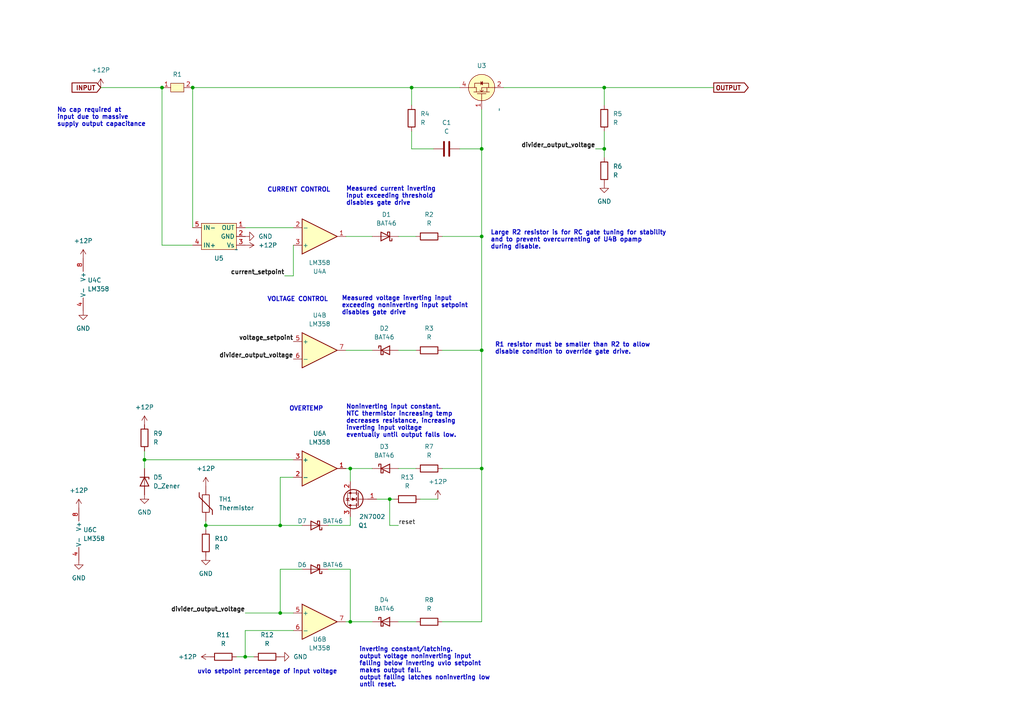
<source format=kicad_sch>
(kicad_sch (version 20230121) (generator eeschema)
  (paper "A4")
  (lib_symbols
    (symbol "Amplifier_Operational:LM358" (pin_names (offset 0.127))
      (property "Reference" "U" (at 0 5.08 0))
      (property "Value" "LM358" (at 0 -5.08 0))
      (symbol "LM358_1_1"
        (polyline (pts (xy -5.08 5.08) (xy 5.08 0) (xy -5.08 -5.08) (xy -5.08 5.08)) (stroke (width 0.254)) (fill (type background)))
        (pin output line (at 7.62 0 180) (length 2.54) (name "~") (number "1"))
        (pin input line (at -7.62 -2.54 0) (length 2.54) (name "-") (number "2"))
        (pin input line (at -7.62 2.54 0) (length 2.54) (name "+") (number "3"))
      )
      (symbol "LM358_2_1"
        (polyline (pts (xy -5.08 5.08) (xy 5.08 0) (xy -5.08 -5.08) (xy -5.08 5.08)) (stroke (width 0.254)) (fill (type background)))
        (pin input line (at -7.62 2.54 0) (length 2.54) (name "+") (number "5"))
        (pin input line (at -7.62 -2.54 0) (length 2.54) (name "-") (number "6"))
        (pin output line (at 7.62 0 180) (length 2.54) (name "~") (number "7"))
      )
      (symbol "LM358_3_1"
        (pin power_in line (at -2.54 -7.62 90) (length 3.81) (name "V-") (number "4"))
        (pin power_in line (at -2.54 7.62 270) (length 3.81) (name "V+") (number "8"))
      )
    )
    (symbol "Device:C" (pin_numbers hide) (pin_names (offset 0.254))
      (property "Reference" "C" (at 0.635 2.54 0))
      (property "Value" "C" (at 0.635 -2.54 0))
      (symbol "C_0_1"
        (polyline (pts (xy -2.032 -0.762) (xy 2.032 -0.762)) (stroke (width 0.508)))
        (polyline (pts (xy -2.032 0.762) (xy 2.032 0.762)) (stroke (width 0.508)))
      )
      (symbol "C_1_1"
        (pin passive line (at 0 3.81 270) (length 2.794) (name "~") (number "1"))
        (pin passive line (at 0 -3.81 90) (length 2.794) (name "~") (number "2"))
      )
    )
    (symbol "Device:D_Zener" (pin_numbers hide) (pin_names (offset 1.016) hide)
      (property "Reference" "D" (at 0 2.54 0))
      (property "Value" "D_Zener" (at 0 -2.54 0))
      (symbol "D_Zener_0_1"
        (polyline (pts (xy 1.27 0) (xy -1.27 0)))
        (polyline (pts (xy -1.27 -1.27) (xy -1.27 1.27) (xy -0.762 1.27)) (stroke (width 0.254)))
        (polyline (pts (xy 1.27 -1.27) (xy 1.27 1.27) (xy -1.27 0) (xy 1.27 -1.27)) (stroke (width 0.254)))
      )
      (symbol "D_Zener_1_1"
        (pin passive line (at -3.81 0 0) (length 2.54) (name "K") (number "1"))
        (pin passive line (at 3.81 0 180) (length 2.54) (name "A") (number "2"))
      )
    )
    (symbol "Device:R" (pin_numbers hide) (pin_names (offset 0))
      (property "Reference" "R" (at 2.032 0 90))
      (property "Value" "R" (at 0 0 90))
      (symbol "R_0_1"
        (rectangle (start -1.016 -2.54) (end 1.016 2.54) (stroke (width 0.254)))
      )
      (symbol "R_1_1"
        (pin passive line (at 0 3.81 270) (length 1.27) (name "~") (number "1"))
        (pin passive line (at 0 -3.81 90) (length 1.27) (name "~") (number "2"))
      )
    )
    (symbol "Device:Thermistor" (pin_numbers hide) (pin_names (offset 0))
      (property "Reference" "TH" (at 2.54 1.27 90))
      (property "Value" "Thermistor" (at -2.54 0 90))
      (symbol "Thermistor_0_1"
        (rectangle (start -1.016 2.54) (end 1.016 -2.54) (stroke (width 0.2032)))
        (polyline (pts (xy -1.905 3.175) (xy -1.905 1.905) (xy 1.905 -1.905) (xy 1.905 -3.175) (xy 1.905 -3.175)) (stroke (width 0.254)))
      )
      (symbol "Thermistor_1_1"
        (pin passive line (at 0 5.08 270) (length 2.54) (name "~") (number "1"))
        (pin passive line (at 0 -5.08 90) (length 2.54) (name "~") (number "2"))
      )
    )
    (symbol "Diode:BAT46" (pin_numbers hide) (pin_names (offset 1.016) hide)
      (property "Reference" "D" (at 0 2.54 0))
      (property "Value" "BAT46" (at 0 -2.54 0))
      (symbol "BAT46_0_1"
        (polyline (pts (xy 1.27 0) (xy -1.27 0)))
        (polyline (pts (xy 1.27 1.27) (xy 1.27 -1.27) (xy -1.27 0) (xy 1.27 1.27)) (stroke (width 0.254)))
        (polyline (pts (xy -1.905 0.635) (xy -1.905 1.27) (xy -1.27 1.27) (xy -1.27 -1.27) (xy -0.635 -1.27) (xy -0.635 -0.635)) (stroke (width 0.254)))
      )
      (symbol "BAT46_1_1"
        (pin passive line (at -3.81 0 0) (length 2.54) (name "K") (number "1"))
        (pin passive line (at 3.81 0 180) (length 2.54) (name "A") (number "2"))
      )
    )
    (symbol "Transistor_FET:2N7002" (pin_names hide)
      (property "Reference" "Q" (at 5.08 1.905 0))
      (property "Value" "2N7002" (at 5.08 0 0))
      (symbol "2N7002_0_1"
        (polyline (pts (xy 0.254 0) (xy -2.54 0)))
        (polyline (pts (xy 0.254 1.905) (xy 0.254 -1.905)) (stroke (width 0.254)))
        (polyline (pts (xy 0.762 -1.27) (xy 0.762 -2.286)) (stroke (width 0.254)))
        (polyline (pts (xy 0.762 0.508) (xy 0.762 -0.508)) (stroke (width 0.254)))
        (polyline (pts (xy 0.762 2.286) (xy 0.762 1.27)) (stroke (width 0.254)))
        (polyline (pts (xy 2.54 2.54) (xy 2.54 1.778)))
        (polyline (pts (xy 2.54 -2.54) (xy 2.54 0) (xy 0.762 0)))
        (polyline (pts (xy 0.762 -1.778) (xy 3.302 -1.778) (xy 3.302 1.778) (xy 0.762 1.778)))
        (polyline (pts (xy 1.016 0) (xy 2.032 0.381) (xy 2.032 -0.381) (xy 1.016 0)) (fill (type outline)))
        (polyline (pts (xy 2.794 0.508) (xy 2.921 0.381) (xy 3.683 0.381) (xy 3.81 0.254)))
        (polyline (pts (xy 3.302 0.381) (xy 2.921 -0.254) (xy 3.683 -0.254) (xy 3.302 0.381)))
        (circle (center 1.651 0) (radius 2.794) (stroke (width 0.254)))
        (circle (center 2.54 -1.778) (radius 0.254) (fill (type outline)))
        (circle (center 2.54 1.778) (radius 0.254) (fill (type outline)))
      )
      (symbol "2N7002_1_1"
        (pin input line (at -5.08 0 0) (length 2.54) (name "G") (number "1"))
        (pin passive line (at 2.54 -5.08 90) (length 2.54) (name "S") (number "2"))
        (pin passive line (at 2.54 5.08 270) (length 2.54) (name "D") (number "3"))
      )
    )
    (symbol "my parts:INA281B1"
      (property "Reference" "U" (at 0 0 0))
      (symbol "INA281B1_1_1"
        (rectangle (start 0 7.62) (end 10.16 0) (fill (type background)))
        (pin input line (at -2.54 6.35 0) (length 2.54) (name "OUT") (number "1"))
        (pin input line (at -2.54 3.81 0) (length 2.54) (name "GND") (number "2"))
        (pin input line (at -2.54 1.27 0) (length 2.54) (name "Vs") (number "3"))
        (pin input line (at 12.7 1.27 180) (length 2.54) (name "IN+") (number "4"))
        (pin input line (at 12.7 6.35 180) (length 2.54) (name "IN-") (number "5"))
      )
    )
    (symbol "my parts:IPB032N10N5"
      (property "Reference" "U" (at 0 0 0))
      (symbol "IPB032N10N5_0_1"
        (polyline (pts (xy 4.572 6.35) (xy 4.572 3.81)))
        (polyline (pts (xy 5.08 7.366) (xy 5.08 2.794)))
        (polyline (pts (xy 6.35 3.556) (xy 5.08 3.556)))
        (polyline (pts (xy 6.35 6.604) (xy 5.08 6.604)))
        (polyline (pts (xy 6.35 6.604) (xy 6.35 8.89)))
        (polyline (pts (xy 2.54 5.08) (xy 4.318 5.08) (xy 4.572 5.08)))
        (polyline (pts (xy 7.62 5.334) (xy 7.62 7.112) (xy 6.35 7.112)))
        (polyline (pts (xy 8.128 5.334) (xy 7.112 5.334) (xy 7.62 5.334)))
        (polyline (pts (xy 6.35 1.27) (xy 6.35 5.08) (xy 5.08 5.08) (xy 5.588 5.588) (xy 5.08 5.08) (xy 5.588 4.572)))
        (polyline (pts (xy 6.35 3.048) (xy 7.62 3.048) (xy 7.62 4.826) (xy 8.128 4.826) (xy 7.62 5.334) (xy 7.112 4.826) (xy 7.62 4.826) (xy 7.62 5.334) (xy 7.874 5.08) (xy 7.62 4.826) (xy 7.366 5.08) (xy 7.366 4.826) (xy 7.874 4.826) (xy 7.874 5.08) (xy 7.366 5.08)))
      )
      (symbol "IPB032N10N5_1_1"
        (circle (center 6.35 5.08) (radius 3.81) (fill (type background)))
        (pin input line (at 0 5.08 0) (length 2.54) (name "") (number "1"))
        (pin input line (at 6.35 -1.27 90) (length 2.54) (name "") (number "2"))
        (pin input line (at 6.35 -1.27 90) (length 2.54) hide (name "") (number "3"))
        (pin input line (at 6.35 11.43 270) (length 2.54) (name "") (number "4"))
        (pin input line (at 6.35 -1.27 90) (length 2.54) hide (name "") (number "5"))
        (pin input line (at 6.35 -1.27 90) (length 2.54) hide (name "") (number "6"))
        (pin input line (at 6.35 -1.27 90) (length 2.54) hide (name "") (number "7"))
      )
    )
    (symbol "my parts:SLN5TTED5L00D"
      (property "Reference" "R" (at 1.27 -1.27 0))
      (symbol "SLN5TTED5L00D_1_1"
        (rectangle (start 0 0) (end 3.81 -2.54) (fill (type background)))
        (pin bidirectional line (at -2.54 -1.27 0) (length 2.54) (name "") (number "1"))
        (pin bidirectional line (at 6.35 -1.27 180) (length 2.54) (name "") (number "2"))
      )
    )
    (symbol "power:+12P" (power) (pin_names (offset 0))
      (property "Value" "+12P" (at 0 3.556 0))
      (symbol "+12P_0_1"
        (polyline (pts (xy -0.762 1.27) (xy 0 2.54)))
        (polyline (pts (xy 0 0) (xy 0 2.54)))
        (polyline (pts (xy 0 2.54) (xy 0.762 1.27)))
      )
      (symbol "+12P_1_1"
        (pin power_in line (at 0 0 90) (length 0) hide (name "+12P") (number "1"))
      )
    )
    (symbol "power:GND" (power) (pin_names (offset 0))
      (property "Value" "GND" (at 0 -3.81 0))
      (symbol "GND_0_1"
        (polyline (pts (xy 0 0) (xy 0 -1.27) (xy 1.27 -1.27) (xy 0 -2.54) (xy -1.27 -1.27) (xy 0 -1.27)))
      )
      (symbol "GND_1_1"
        (pin power_in line (at 0 0 270) (length 0) hide (name "GND") (number "1"))
      )
    )
  )
  (junction (at 101.6 180.34))
  (junction (at 139.7 135.89))
  (junction (at 41.91 133.35))
  (junction (at 139.7 68.58))
  (junction (at 81.28 177.8))
  (junction (at 113.03 144.78))
  (junction (at 55.88 25.4))
  (junction (at 81.28 152.4))
  (junction (at 59.69 152.4))
  (junction (at 139.7 43.18))
  (junction (at 175.26 43.18))
  (junction (at 46.99 25.4))
  (junction (at 71.12 190.5))
  (junction (at 119.38 25.4))
  (junction (at 101.6 135.89))
  (junction (at 139.7 101.6))
  (junction (at 175.26 25.4))
  (wire (pts (xy 81.28 138.43) (xy 81.28 152.4)))
  (wire (pts (xy 172.72 43.18) (xy 175.26 43.18)))
  (wire (pts (xy 101.6 135.89) (xy 107.95 135.89)))
  (wire (pts (xy 139.7 43.18) (xy 139.7 68.58)))
  (wire (pts (xy 101.6 149.86) (xy 101.6 152.4)))
  (wire (pts (xy 139.7 135.89) (xy 139.7 180.34)))
  (wire (pts (xy 59.69 152.4) (xy 81.28 152.4)))
  (wire (pts (xy 101.6 135.89) (xy 101.6 139.7)))
  (wire (pts (xy 128.27 101.6) (xy 139.7 101.6)))
  (wire (pts (xy 81.28 177.8) (xy 81.28 165.1)))
  (wire (pts (xy 101.6 180.34) (xy 107.95 180.34)))
  (wire (pts (xy 41.91 130.81) (xy 41.91 133.35)))
  (wire (pts (xy 55.88 25.4) (xy 119.38 25.4)))
  (wire (pts (xy 113.03 144.78) (xy 113.03 152.4)))
  (wire (pts (xy 139.7 68.58) (xy 139.7 101.6)))
  (wire (pts (xy 71.12 190.5) (xy 73.66 190.5)))
  (wire (pts (xy 128.27 135.89) (xy 139.7 135.89)))
  (wire (pts (xy 115.57 68.58) (xy 120.65 68.58)))
  (wire (pts (xy 68.58 190.5) (xy 71.12 190.5)))
  (wire (pts (xy 175.26 25.4) (xy 207.01 25.4)))
  (wire (pts (xy 101.6 165.1) (xy 101.6 180.34)))
  (wire (pts (xy 146.05 25.4) (xy 175.26 25.4)))
  (wire (pts (xy 59.69 151.13) (xy 59.69 152.4)))
  (wire (pts (xy 41.91 133.35) (xy 41.91 135.89)))
  (wire (pts (xy 59.69 152.4) (xy 59.69 153.67)))
  (wire (pts (xy 85.09 133.35) (xy 41.91 133.35)))
  (wire (pts (xy 119.38 43.18) (xy 125.73 43.18)))
  (wire (pts (xy 113.03 152.4) (xy 115.57 152.4)))
  (wire (pts (xy 113.03 144.78) (xy 114.3 144.78)))
  (wire (pts (xy 81.28 177.8) (xy 85.09 177.8)))
  (wire (pts (xy 139.7 31.75) (xy 139.7 43.18)))
  (wire (pts (xy 46.99 25.4) (xy 46.99 71.12)))
  (wire (pts (xy 175.26 43.18) (xy 175.26 45.72)))
  (wire (pts (xy 100.33 68.58) (xy 107.95 68.58)))
  (wire (pts (xy 81.28 152.4) (xy 87.63 152.4)))
  (wire (pts (xy 119.38 38.1) (xy 119.38 43.18)))
  (wire (pts (xy 95.25 152.4) (xy 101.6 152.4)))
  (wire (pts (xy 85.09 71.12) (xy 85.09 80.01)))
  (wire (pts (xy 133.35 43.18) (xy 139.7 43.18)))
  (wire (pts (xy 115.57 180.34) (xy 120.65 180.34)))
  (wire (pts (xy 71.12 190.5) (xy 71.12 182.88)))
  (wire (pts (xy 121.92 144.78) (xy 127 144.78)))
  (wire (pts (xy 71.12 177.8) (xy 81.28 177.8)))
  (wire (pts (xy 175.26 38.1) (xy 175.26 43.18)))
  (wire (pts (xy 55.88 71.12) (xy 46.99 71.12)))
  (wire (pts (xy 71.12 182.88) (xy 85.09 182.88)))
  (wire (pts (xy 95.25 165.1) (xy 101.6 165.1)))
  (wire (pts (xy 81.28 165.1) (xy 87.63 165.1)))
  (wire (pts (xy 119.38 25.4) (xy 133.35 25.4)))
  (wire (pts (xy 109.22 144.78) (xy 113.03 144.78)))
  (wire (pts (xy 128.27 68.58) (xy 139.7 68.58)))
  (wire (pts (xy 71.12 66.04) (xy 85.09 66.04)))
  (wire (pts (xy 119.38 25.4) (xy 119.38 30.48)))
  (wire (pts (xy 82.55 80.01) (xy 85.09 80.01)))
  (wire (pts (xy 100.33 180.34) (xy 101.6 180.34)))
  (wire (pts (xy 55.88 25.4) (xy 55.88 66.04)))
  (wire (pts (xy 29.21 25.4) (xy 46.99 25.4)))
  (wire (pts (xy 100.33 135.89) (xy 101.6 135.89)))
  (wire (pts (xy 115.57 135.89) (xy 120.65 135.89)))
  (wire (pts (xy 115.57 101.6) (xy 120.65 101.6)))
  (wire (pts (xy 100.33 101.6) (xy 107.95 101.6)))
  (wire (pts (xy 128.27 180.34) (xy 139.7 180.34)))
  (wire (pts (xy 139.7 101.6) (xy 139.7 135.89)))
  (wire (pts (xy 85.09 138.43) (xy 81.28 138.43)))
  (wire (pts (xy 175.26 25.4) (xy 175.26 30.48)))
  (text "uvlo setpoint percentage of input voltage" (at 57.15 195.58 0) (effects (font (size 1.27 1.27) bold) (justify left bottom)))
  (text "CURRENT CONTROL" (at 77.47 55.88 0) (effects (font (size 1.27 1.27) (thickness 0.254) bold) (justify left bottom)))
  (text "OVERTEMP" (at 83.82 119.38 0) (effects (font (size 1.27 1.27) (thickness 0.254) bold) (justify left bottom)))
  (text "inverting constant/latching.\noutput voltage noninverting input\nfalling below inverting uvlo setpoint\nmakes output fall. \noutput falling latches noninverting low\nuntil reset." (at 104.14 199.39 0) (effects (font (size 1.27 1.27) bold) (justify left bottom)))
  (text "No cap required at\ninput due to massive\nsupply output capacitance" (at 16.51 36.83 0) (effects (font (size 1.27 1.27) bold) (justify left bottom)))
  (text "VOLTAGE CONTROL" (at 77.47 87.63 0) (effects (font (size 1.27 1.27) (thickness 0.254) bold) (justify left bottom)))
  (text "Large R2 resistor is for RC gate tuning for stability \nand to prevent overcurrenting of U4B opamp \nduring disable." (at 142.24 72.39 0) (effects (font (size 1.27 1.27) (thickness 0.254) bold) (justify left bottom)))
  (text "Measured current inverting\ninput exceeding threshold \ndisables gate drive " (at 100.33 59.69 0) (effects (font (size 1.27 1.27) bold) (justify left bottom)))
  (text "R1 resistor must be smaller than R2 to allow\ndisable condition to override gate drive." (at 143.51 102.87 0) (effects (font (size 1.27 1.27) bold) (justify left bottom)))
  (text "Noninverting input constant.\nNTC thermistor increasing temp \ndecreases resistance, increasing\ninverting input voltage \neventually until output falls low." (at 100.33 127 0) (effects (font (size 1.27 1.27) bold) (justify left bottom)))
  (text "Measured voltage inverting input\nexceeding noninverting input setpoint\ndisables gate drive" (at 99.06 91.44 0) (effects (font (size 1.27 1.27) bold) (justify left bottom)))
  (label "divider_output_voltage" (at 71.12 177.8 180) (effects (font bold)))
  (label "divider_output_voltage" (at 172.72 43.18 180) (effects (font bold)))
  (label "reset" (at 115.57 152.4 0))
  (label "voltage_setpoint" (at 85.09 99.06 180) (effects (font bold)))
  (label "divider_output_voltage" (at 85.09 104.14 180) (effects (font bold)))
  (label "current_setpoint" (at 82.55 80.01 180) (effects (font bold)))
  (global_label "INPUT" (shape input) (at 29.21 25.4 180) (effects (font bold)) (property "Intersheetrefs" "${INTERSHEET_REFS}" (effects hide)))
  (global_label "OUTPUT" (shape output) (at 207.01 25.4 0) (effects (font bold)) (property "Intersheetrefs" "${INTERSHEET_REFS}" (effects hide)))
  (symbol (lib_id "power:+12P") (at 29.21 25.4 0) (unit 1)
    (property "Reference" "#PWR033" (effects hide))
    (property "Value" "+12P" (at 29.21 20.32 0))
    (instances (project "gubby" (path "" (reference "#PWR033") (unit 1)) (path "" (reference "#PWR035") (unit 1))) (project "hp_common_slot" (path "" (reference "#PWR098") (unit 1))))
  )
  (symbol (lib_id "power:+12P") (at 24.13 74.93 0) (unit 1)
    (property "Reference" "#PWR033" (effects hide))
    (property "Value" "+12P" (at 24.13 69.85 0))
    (instances (project "gubby" (path "" (reference "#PWR033") (unit 1)) (path "" (reference "#PWR038") (unit 1))) (project "hp_common_slot" (path "" (reference "#PWR098") (unit 1))))
  )
  (symbol (lib_id "power:GND") (at 24.13 90.17 0) (unit 1)
    (property "Reference" "#PWR039" (effects hide))
    (property "Value" "GND" (at 24.13 95.25 0))
  )
  (symbol (lib_id "power:+12P") (at 71.12 71.12 270) (unit 1)
    (property "Reference" "#PWR033" (effects hide))
    (property "Value" "+12P" (at 74.93 71.12 90) (effects (justify left)))
    (instances (project "gubby" (path "" (reference "#PWR033") (unit 1)) (path "" (reference "#PWR036") (unit 1))) (project "hp_common_slot" (path "" (reference "#PWR098") (unit 1))))
  )
  (symbol (lib_id "Device:D_Zener") (at 41.91 139.7 270) (unit 1)
    (property "Reference" "D5" (at 44.45 138.43 90) (effects (justify left)))
    (property "Value" "D_Zener" (at 44.45 140.97 90) (effects (justify left)))
  )
  (symbol (lib_id "Diode:BAT46") (at 111.76 135.89 0) (unit 1)
    (property "Reference" "D3" (at 111.4425 129.54 0))
    (property "Value" "BAT46" (at 111.4425 132.08 0))
    (property "Footprint" "Diode_THT:D_DO-35_SOD27_P7.62mm_Horizontal" (effects hide))
    (property "Datasheet" "http://www.vishay.com/docs/85662/bat46.pdf" (effects hide))
  )
  (symbol (lib_id "Device:R") (at 59.69 157.48 180) (unit 1)
    (property "Reference" "R10" (at 62.23 156.21 0) (effects (justify right)))
    (property "Value" "R" (at 62.23 158.75 0) (effects (justify right)))
    (property "Footprint" "Resistor_SMD:R_0603_1608Metric_Pad0.98x0.95mm_HandSolder" (effects hide))
  )
  (symbol (lib_id "Diode:BAT46") (at 91.44 152.4 180) (unit 1)
    (property "Reference" "D7" (at 87.63 151.13 0))
    (property "Value" "BAT46" (at 96.52 151.13 0))
    (property "Footprint" "Diode_THT:D_DO-35_SOD27_P7.62mm_Horizontal" (effects hide))
    (property "Datasheet" "http://www.vishay.com/docs/85662/bat46.pdf" (effects hide))
  )
  (symbol (lib_id "my parts:SLN5TTED5L00D") (at 49.53 24.13 0) (unit 1)
    (property "Reference" "R1" (at 51.435 21.59 0))
    (property "Footprint" "178-009-613R571:4527" (effects hide))
  )
  (symbol (lib_id "power:GND") (at 59.69 161.29 0) (unit 1)
    (property "Reference" "#PWR046" (effects hide))
    (property "Value" "GND" (at 59.69 166.37 0))
  )
  (symbol (lib_id "Diode:BAT46") (at 91.44 165.1 180) (unit 1)
    (property "Reference" "D6" (at 87.63 163.83 0))
    (property "Value" "BAT46" (at 96.52 163.83 0))
    (property "Footprint" "Diode_THT:D_DO-35_SOD27_P7.62mm_Horizontal" (effects hide))
    (property "Datasheet" "http://www.vishay.com/docs/85662/bat46.pdf" (effects hide))
  )
  (symbol (lib_id "Amplifier_Operational:LM358") (at 92.71 180.34 0) (unit 2)
    (property "Reference" "U6" (at 92.71 185.42 0))
    (property "Value" "LM358" (at 92.71 187.96 0))
    (property "Datasheet" "http://www.ti.com/lit/ds/symlink/lm2904-n.pdf" (effects hide))
  )
  (symbol (lib_id "Device:R") (at 124.46 68.58 90) (unit 1)
    (property "Reference" "R2" (at 124.46 62.23 90))
    (property "Value" "R" (at 124.46 64.77 90))
    (property "Footprint" "Resistor_SMD:R_0603_1608Metric_Pad0.98x0.95mm_HandSolder" (effects hide))
  )
  (symbol (lib_id "power:GND") (at 22.86 162.56 0) (unit 1)
    (property "Reference" "#PWR042" (effects hide))
    (property "Value" "GND" (at 22.86 167.64 0))
  )
  (symbol (lib_id "Amplifier_Operational:LM358") (at 25.4 154.94 0) (unit 3)
    (property "Reference" "U6" (at 24.13 153.67 0) (effects (justify left)))
    (property "Value" "LM358" (at 24.13 156.21 0) (effects (justify left)))
    (property "Datasheet" "http://www.ti.com/lit/ds/symlink/lm2904-n.pdf" (effects hide))
  )
  (symbol (lib_id "Diode:BAT46") (at 111.76 180.34 0) (unit 1)
    (property "Reference" "D4" (at 111.4425 173.99 0))
    (property "Value" "BAT46" (at 111.4425 176.53 0))
    (property "Footprint" "Diode_THT:D_DO-35_SOD27_P7.62mm_Horizontal" (effects hide))
    (property "Datasheet" "http://www.vishay.com/docs/85662/bat46.pdf" (effects hide))
  )
  (symbol (lib_id "Device:R") (at 175.26 49.53 180) (unit 1)
    (property "Reference" "R6" (at 177.8 48.26 0) (effects (justify right)))
    (property "Value" "R" (at 177.8 50.8 0) (effects (justify right)))
    (property "Footprint" "Resistor_SMD:R_0603_1608Metric_Pad0.98x0.95mm_HandSolder" (effects hide))
  )
  (symbol (lib_id "power:+12P") (at 41.91 123.19 0) (unit 1)
    (property "Reference" "#PWR033" (effects hide))
    (property "Value" "+12P" (at 41.91 118.11 0))
    (instances (project "gubby" (path "" (reference "#PWR033") (unit 1)) (path "" (reference "#PWR043") (unit 1))) (project "hp_common_slot" (path "" (reference "#PWR098") (unit 1))))
  )
  (symbol (lib_id "Device:R") (at 64.77 190.5 90) (unit 1)
    (property "Reference" "R11" (at 64.77 184.15 90))
    (property "Value" "R" (at 64.77 186.69 90))
    (property "Footprint" "Resistor_SMD:R_0603_1608Metric_Pad0.98x0.95mm_HandSolder" (effects hide))
  )
  (symbol (lib_id "Device:R") (at 124.46 101.6 90) (unit 1)
    (property "Reference" "R3" (at 124.46 95.25 90))
    (property "Value" "R" (at 124.46 97.79 90))
    (property "Footprint" "Resistor_SMD:R_0603_1608Metric_Pad0.98x0.95mm_HandSolder" (effects hide))
  )
  (symbol (lib_id "power:GND") (at 41.91 143.51 0) (unit 1)
    (property "Reference" "#PWR044" (effects hide))
    (property "Value" "GND" (at 41.91 148.59 0))
  )
  (symbol (lib_id "Amplifier_Operational:LM358") (at 92.71 135.89 0) (unit 1)
    (property "Reference" "U6" (at 92.71 125.73 0))
    (property "Value" "LM358" (at 92.71 128.27 0))
    (property "Datasheet" "http://www.ti.com/lit/ds/symlink/lm2904-n.pdf" (effects hide))
  )
  (symbol (lib_id "power:GND") (at 71.12 68.58 90) (unit 1)
    (property "Reference" "#PWR037" (effects hide))
    (property "Value" "GND" (at 74.93 68.58 90) (effects (justify right)))
  )
  (symbol (lib_id "power:+12P") (at 60.96 190.5 90) (unit 1)
    (property "Reference" "#PWR033" (effects hide))
    (property "Value" "+12P" (at 57.15 190.5 90) (effects (justify left)))
    (instances (project "gubby" (path "" (reference "#PWR033") (unit 1)) (path "" (reference "#PWR047") (unit 1))) (project "hp_common_slot" (path "" (reference "#PWR098") (unit 1))))
  )
  (symbol (lib_id "Device:R") (at 118.11 144.78 90) (unit 1)
    (property "Reference" "R13" (at 118.11 138.43 90))
    (property "Value" "R" (at 118.11 140.97 90))
    (property "Footprint" "Resistor_SMD:R_0603_1608Metric_Pad0.98x0.95mm_HandSolder" (effects hide))
  )
  (symbol (lib_id "power:+12P") (at 22.86 147.32 0) (unit 1)
    (property "Reference" "#PWR033" (effects hide))
    (property "Value" "+12P" (at 22.86 142.24 0))
    (instances (project "gubby" (path "" (reference "#PWR033") (unit 1)) (path "" (reference "#PWR041") (unit 1))) (project "hp_common_slot" (path "" (reference "#PWR098") (unit 1))))
  )
  (symbol (lib_id "my parts:IPB032N10N5") (at 144.78 31.75 90) (unit 1)
    (property "Reference" "U3" (at 139.7 19.05 90))
    (property "Value" "~" (at 144.78 31.75 0))
    (property "Footprint" "Package_TO_SOT_SMD:TO-263-6" (effects hide))
  )
  (symbol (lib_id "Amplifier_Operational:LM358") (at 92.71 68.58 0) (mirror x) (unit 1)
    (property "Reference" "U4" (at 92.71 78.74 0))
    (property "Value" "LM358" (at 92.71 76.2 0))
    (property "Footprint" "Package_SO:SOIC-8_3.9x4.9mm_P1.27mm" (effects hide))
    (property "Datasheet" "http://www.ti.com/lit/ds/symlink/lm2904-n.pdf" (effects hide))
  )
  (symbol (lib_id "power:+12P") (at 59.69 140.97 0) (unit 1)
    (property "Reference" "#PWR033" (effects hide))
    (property "Value" "+12P" (at 59.69 135.89 0))
    (instances (project "gubby" (path "" (reference "#PWR033") (unit 1)) (path "" (reference "#PWR045") (unit 1))) (project "hp_common_slot" (path "" (reference "#PWR098") (unit 1))))
  )
  (symbol (lib_id "Device:C") (at 129.54 43.18 90) (unit 1)
    (property "Reference" "C1" (at 129.54 35.56 90))
    (property "Value" "C" (at 129.54 38.1 90))
    (property "Footprint" "Capacitor_SMD:C_1206_3216Metric_Pad1.33x1.80mm_HandSolder" (effects hide))
  )
  (symbol (lib_id "power:GND") (at 81.28 190.5 90) (unit 1)
    (property "Reference" "#PWR048" (effects hide))
    (property "Value" "GND" (at 85.09 190.5 90) (effects (justify right)))
  )
  (symbol (lib_id "Device:R") (at 119.38 34.29 180) (unit 1)
    (property "Reference" "R4" (at 121.92 33.02 0) (effects (justify right)))
    (property "Value" "R" (at 121.92 35.56 0) (effects (justify right)))
    (property "Footprint" "Resistor_SMD:R_0603_1608Metric_Pad0.98x0.95mm_HandSolder" (effects hide))
  )
  (symbol (lib_id "Device:Thermistor") (at 59.69 146.05 0) (unit 1)
    (property "Reference" "TH1" (at 63.5 144.78 0) (effects (justify left)))
    (property "Value" "Thermistor" (at 63.5 147.32 0) (effects (justify left)))
  )
  (symbol (lib_id "Device:R") (at 175.26 34.29 180) (unit 1)
    (property "Reference" "R5" (at 177.8 33.02 0) (effects (justify right)))
    (property "Value" "R" (at 177.8 35.56 0) (effects (justify right)))
    (property "Footprint" "Resistor_SMD:R_0603_1608Metric_Pad0.98x0.95mm_HandSolder" (effects hide))
  )
  (symbol (lib_id "my parts:INA281B1") (at 68.58 72.39 0) (mirror y) (unit 1)
    (property "Reference" "U5" (at 63.5 74.93 0))
    (property "Value" "~" (at 68.58 72.39 0))
    (property "Footprint" "Package_TO_SOT_SMD:SOT-23-5_HandSoldering" (effects hide))
  )
  (symbol (lib_id "Diode:BAT46") (at 111.76 68.58 180) (unit 1)
    (property "Reference" "D1" (at 112.0775 62.23 0))
    (property "Value" "BAT46" (at 112.0775 64.77 0))
    (property "Footprint" "Diode_THT:D_DO-35_SOD27_P7.62mm_Horizontal" (effects hide))
    (property "Datasheet" "http://www.vishay.com/docs/85662/bat46.pdf" (effects hide))
  )
  (symbol (lib_id "Device:R") (at 41.91 127 180) (unit 1)
    (property "Reference" "R9" (at 44.45 125.73 0) (effects (justify right)))
    (property "Value" "R" (at 44.45 128.27 0) (effects (justify right)))
    (property "Footprint" "Resistor_SMD:R_0603_1608Metric_Pad0.98x0.95mm_HandSolder" (effects hide))
  )
  (symbol (lib_id "Diode:BAT46") (at 111.76 101.6 0) (unit 1)
    (property "Reference" "D2" (at 111.4425 95.25 0))
    (property "Value" "BAT46" (at 111.4425 97.79 0))
    (property "Footprint" "Diode_THT:D_DO-35_SOD27_P7.62mm_Horizontal" (effects hide))
    (property "Datasheet" "http://www.vishay.com/docs/85662/bat46.pdf" (effects hide))
  )
  (symbol (lib_id "Amplifier_Operational:LM358") (at 92.71 101.6 0) (unit 2)
    (property "Reference" "U4" (at 92.71 91.44 0))
    (property "Value" "LM358" (at 92.71 93.98 0))
    (property "Footprint" "Package_SO:SOIC-8_3.9x4.9mm_P1.27mm" (effects hide))
    (property "Datasheet" "http://www.ti.com/lit/ds/symlink/lm2904-n.pdf" (effects hide))
  )
  (symbol (lib_id "Amplifier_Operational:LM358") (at 26.67 82.55 0) (unit 3)
    (property "Reference" "U4" (at 25.4 81.28 0) (effects (justify left)))
    (property "Value" "LM358" (at 25.4 83.82 0) (effects (justify left)))
    (property "Footprint" "Package_SO:SOIC-8_3.9x4.9mm_P1.27mm" (effects hide))
    (property "Datasheet" "http://www.ti.com/lit/ds/symlink/lm2904-n.pdf" (effects hide))
  )
  (symbol (lib_id "Device:R") (at 77.47 190.5 90) (unit 1)
    (property "Reference" "R12" (at 77.47 184.15 90))
    (property "Value" "R" (at 77.47 186.69 90))
    (property "Footprint" "Resistor_SMD:R_0603_1608Metric_Pad0.98x0.95mm_HandSolder" (effects hide))
  )
  (symbol (lib_id "Transistor_FET:2N7002") (at 104.14 144.78 180) (unit 1)
    (property "Reference" "Q1" (at 106.68 152.4 0) (effects (justify left)))
    (property "Value" "2N7002" (at 111.76 149.86 0) (effects (justify left)))
    (property "Footprint" "Package_TO_SOT_SMD:SOT-23" (effects hide))
    (property "Datasheet" "https://www.onsemi.com/pub/Collateral/NDS7002A-D.PDF" (effects hide))
  )
  (symbol (lib_id "Device:R") (at 124.46 135.89 90) (unit 1)
    (property "Reference" "R7" (at 124.46 129.54 90))
    (property "Value" "R" (at 124.46 132.08 90))
    (property "Footprint" "Resistor_SMD:R_0603_1608Metric_Pad0.98x0.95mm_HandSolder" (effects hide))
  )
  (symbol (lib_id "power:+12P") (at 127 144.78 0) (unit 1)
    (property "Reference" "#PWR033" (effects hide))
    (property "Value" "+12P" (at 127 139.7 0))
    (instances (project "gubby" (path "" (reference "#PWR033") (unit 1)) (path "" (reference "#PWR049") (unit 1))) (project "hp_common_slot" (path "" (reference "#PWR098") (unit 1))))
  )
  (symbol (lib_id "Device:R") (at 124.46 180.34 90) (unit 1)
    (property "Reference" "R8" (at 124.46 173.99 90))
    (property "Value" "R" (at 124.46 176.53 90))
    (property "Footprint" "Resistor_SMD:R_0603_1608Metric_Pad0.98x0.95mm_HandSolder" (effects hide))
  )
  (symbol (lib_id "power:GND") (at 175.26 53.34 0) (unit 1)
    (property "Reference" "#PWR040" (effects hide))
    (property "Value" "GND" (at 175.26 58.42 0))
  )
)
</source>
